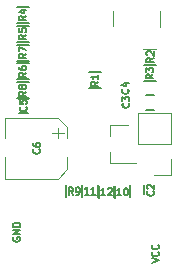
<source format=gto>
%TF.GenerationSoftware,KiCad,Pcbnew,4.0.7*%
%TF.CreationDate,2017-10-11T17:16:13+02:00*%
%TF.ProjectId,ESP12_pcb,45535031325F7063622E6B696361645F,0.1*%
%TF.FileFunction,Legend,Top*%
%FSLAX46Y46*%
G04 Gerber Fmt 4.6, Leading zero omitted, Abs format (unit mm)*
G04 Created by KiCad (PCBNEW 4.0.7) date Wednesday, 11 October 2017 'PMt' 17:16:13*
%MOMM*%
%LPD*%
G01*
G04 APERTURE LIST*
%ADD10C,0.127000*%
%ADD11C,0.150000*%
%ADD12C,0.120000*%
%ADD13C,0.100000*%
%ADD14R,1.300000X1.000000*%
%ADD15R,0.850000X1.300000*%
%ADD16R,1.300000X0.850000*%
%ADD17R,1.800000X1.800000*%
%ADD18O,1.800000X1.800000*%
%ADD19R,1.000000X0.900000*%
%ADD20R,1.000000X1.300000*%
%ADD21C,1.600000*%
%ADD22R,4.100000X1.850000*%
%ADD23R,2.500000X1.600000*%
G04 APERTURE END LIST*
D10*
X55371429Y-71600000D02*
X55085714Y-71800000D01*
X55371429Y-71942857D02*
X54771429Y-71942857D01*
X54771429Y-71714285D01*
X54800000Y-71657143D01*
X54828571Y-71628571D01*
X54885714Y-71600000D01*
X54971429Y-71600000D01*
X55028571Y-71628571D01*
X55057143Y-71657143D01*
X55085714Y-71714285D01*
X55085714Y-71942857D01*
X54828571Y-71371428D02*
X54800000Y-71342857D01*
X54771429Y-71285714D01*
X54771429Y-71142857D01*
X54800000Y-71085714D01*
X54828571Y-71057143D01*
X54885714Y-71028571D01*
X54942857Y-71028571D01*
X55028571Y-71057143D01*
X55371429Y-71400000D01*
X55371429Y-71028571D01*
X55321429Y-73000000D02*
X55035714Y-73200000D01*
X55321429Y-73342857D02*
X54721429Y-73342857D01*
X54721429Y-73114285D01*
X54750000Y-73057143D01*
X54778571Y-73028571D01*
X54835714Y-73000000D01*
X54921429Y-73000000D01*
X54978571Y-73028571D01*
X55007143Y-73057143D01*
X55035714Y-73114285D01*
X55035714Y-73342857D01*
X54721429Y-72800000D02*
X54721429Y-72428571D01*
X54950000Y-72628571D01*
X54950000Y-72542857D01*
X54978571Y-72485714D01*
X55007143Y-72457143D01*
X55064286Y-72428571D01*
X55207143Y-72428571D01*
X55264286Y-72457143D01*
X55292857Y-72485714D01*
X55321429Y-72542857D01*
X55321429Y-72714285D01*
X55292857Y-72771428D01*
X55264286Y-72800000D01*
X53214286Y-74250000D02*
X53242857Y-74278571D01*
X53271429Y-74364285D01*
X53271429Y-74421428D01*
X53242857Y-74507143D01*
X53185714Y-74564285D01*
X53128571Y-74592857D01*
X53014286Y-74621428D01*
X52928571Y-74621428D01*
X52814286Y-74592857D01*
X52757143Y-74564285D01*
X52700000Y-74507143D01*
X52671429Y-74421428D01*
X52671429Y-74364285D01*
X52700000Y-74278571D01*
X52728571Y-74250000D01*
X52871429Y-73735714D02*
X53271429Y-73735714D01*
X52642857Y-73878571D02*
X53071429Y-74021428D01*
X53071429Y-73650000D01*
X53264286Y-75450000D02*
X53292857Y-75478571D01*
X53321429Y-75564285D01*
X53321429Y-75621428D01*
X53292857Y-75707143D01*
X53235714Y-75764285D01*
X53178571Y-75792857D01*
X53064286Y-75821428D01*
X52978571Y-75821428D01*
X52864286Y-75792857D01*
X52807143Y-75764285D01*
X52750000Y-75707143D01*
X52721429Y-75621428D01*
X52721429Y-75564285D01*
X52750000Y-75478571D01*
X52778571Y-75450000D01*
X52721429Y-75250000D02*
X52721429Y-74878571D01*
X52950000Y-75078571D01*
X52950000Y-74992857D01*
X52978571Y-74935714D01*
X53007143Y-74907143D01*
X53064286Y-74878571D01*
X53207143Y-74878571D01*
X53264286Y-74907143D01*
X53292857Y-74935714D01*
X53321429Y-74992857D01*
X53321429Y-75164285D01*
X53292857Y-75221428D01*
X53264286Y-75250000D01*
X50671429Y-73600000D02*
X50385714Y-73800000D01*
X50671429Y-73942857D02*
X50071429Y-73942857D01*
X50071429Y-73714285D01*
X50100000Y-73657143D01*
X50128571Y-73628571D01*
X50185714Y-73600000D01*
X50271429Y-73600000D01*
X50328571Y-73628571D01*
X50357143Y-73657143D01*
X50385714Y-73714285D01*
X50385714Y-73942857D01*
X50671429Y-73028571D02*
X50671429Y-73371428D01*
X50671429Y-73200000D02*
X50071429Y-73200000D01*
X50157143Y-73257143D01*
X50214286Y-73314285D01*
X50242857Y-73371428D01*
X55364286Y-82900000D02*
X55392857Y-82928571D01*
X55421429Y-83014285D01*
X55421429Y-83071428D01*
X55392857Y-83157143D01*
X55335714Y-83214285D01*
X55278571Y-83242857D01*
X55164286Y-83271428D01*
X55078571Y-83271428D01*
X54964286Y-83242857D01*
X54907143Y-83214285D01*
X54850000Y-83157143D01*
X54821429Y-83071428D01*
X54821429Y-83014285D01*
X54850000Y-82928571D01*
X54878571Y-82900000D01*
X54878571Y-82671428D02*
X54850000Y-82642857D01*
X54821429Y-82585714D01*
X54821429Y-82442857D01*
X54850000Y-82385714D01*
X54878571Y-82357143D01*
X54935714Y-82328571D01*
X54992857Y-82328571D01*
X55078571Y-82357143D01*
X55421429Y-82700000D01*
X55421429Y-82328571D01*
X52635714Y-83221429D02*
X52292857Y-83221429D01*
X52464285Y-83221429D02*
X52464285Y-82621429D01*
X52407142Y-82707143D01*
X52350000Y-82764286D01*
X52292857Y-82792857D01*
X53007143Y-82621429D02*
X53064286Y-82621429D01*
X53121429Y-82650000D01*
X53150000Y-82678571D01*
X53178571Y-82735714D01*
X53207143Y-82850000D01*
X53207143Y-82992857D01*
X53178571Y-83107143D01*
X53150000Y-83164286D01*
X53121429Y-83192857D01*
X53064286Y-83221429D01*
X53007143Y-83221429D01*
X52950000Y-83192857D01*
X52921429Y-83164286D01*
X52892857Y-83107143D01*
X52864286Y-82992857D01*
X52864286Y-82850000D01*
X52892857Y-82735714D01*
X52921429Y-82678571D01*
X52950000Y-82650000D01*
X53007143Y-82621429D01*
X51285714Y-83221429D02*
X50942857Y-83221429D01*
X51114285Y-83221429D02*
X51114285Y-82621429D01*
X51057142Y-82707143D01*
X51000000Y-82764286D01*
X50942857Y-82792857D01*
X51514286Y-82678571D02*
X51542857Y-82650000D01*
X51600000Y-82621429D01*
X51742857Y-82621429D01*
X51800000Y-82650000D01*
X51828571Y-82678571D01*
X51857143Y-82735714D01*
X51857143Y-82792857D01*
X51828571Y-82878571D01*
X51485714Y-83221429D01*
X51857143Y-83221429D01*
X49885714Y-83171429D02*
X49542857Y-83171429D01*
X49714285Y-83171429D02*
X49714285Y-82571429D01*
X49657142Y-82657143D01*
X49600000Y-82714286D01*
X49542857Y-82742857D01*
X50457143Y-83171429D02*
X50114286Y-83171429D01*
X50285714Y-83171429D02*
X50285714Y-82571429D01*
X50228571Y-82657143D01*
X50171429Y-82714286D01*
X50114286Y-82742857D01*
X48550000Y-83171429D02*
X48350000Y-82885714D01*
X48207143Y-83171429D02*
X48207143Y-82571429D01*
X48435715Y-82571429D01*
X48492857Y-82600000D01*
X48521429Y-82628571D01*
X48550000Y-82685714D01*
X48550000Y-82771429D01*
X48521429Y-82828571D01*
X48492857Y-82857143D01*
X48435715Y-82885714D01*
X48207143Y-82885714D01*
X48835715Y-83171429D02*
X48950000Y-83171429D01*
X49007143Y-83142857D01*
X49035715Y-83114286D01*
X49092857Y-83028571D01*
X49121429Y-82914286D01*
X49121429Y-82685714D01*
X49092857Y-82628571D01*
X49064286Y-82600000D01*
X49007143Y-82571429D01*
X48892857Y-82571429D01*
X48835715Y-82600000D01*
X48807143Y-82628571D01*
X48778572Y-82685714D01*
X48778572Y-82828571D01*
X48807143Y-82885714D01*
X48835715Y-82914286D01*
X48892857Y-82942857D01*
X49007143Y-82942857D01*
X49064286Y-82914286D01*
X49092857Y-82885714D01*
X49121429Y-82828571D01*
X45714286Y-79350000D02*
X45742857Y-79378571D01*
X45771429Y-79464285D01*
X45771429Y-79521428D01*
X45742857Y-79607143D01*
X45685714Y-79664285D01*
X45628571Y-79692857D01*
X45514286Y-79721428D01*
X45428571Y-79721428D01*
X45314286Y-79692857D01*
X45257143Y-79664285D01*
X45200000Y-79607143D01*
X45171429Y-79521428D01*
X45171429Y-79464285D01*
X45200000Y-79378571D01*
X45228571Y-79350000D01*
X45171429Y-78835714D02*
X45171429Y-78950000D01*
X45200000Y-79007143D01*
X45228571Y-79035714D01*
X45314286Y-79092857D01*
X45428571Y-79121428D01*
X45657143Y-79121428D01*
X45714286Y-79092857D01*
X45742857Y-79064285D01*
X45771429Y-79007143D01*
X45771429Y-78892857D01*
X45742857Y-78835714D01*
X45714286Y-78807143D01*
X45657143Y-78778571D01*
X45514286Y-78778571D01*
X45457143Y-78807143D01*
X45428571Y-78835714D01*
X45400000Y-78892857D01*
X45400000Y-79007143D01*
X45428571Y-79064285D01*
X45457143Y-79092857D01*
X45514286Y-79121428D01*
X44564286Y-75750000D02*
X44592857Y-75778571D01*
X44621429Y-75864285D01*
X44621429Y-75921428D01*
X44592857Y-76007143D01*
X44535714Y-76064285D01*
X44478571Y-76092857D01*
X44364286Y-76121428D01*
X44278571Y-76121428D01*
X44164286Y-76092857D01*
X44107143Y-76064285D01*
X44050000Y-76007143D01*
X44021429Y-75921428D01*
X44021429Y-75864285D01*
X44050000Y-75778571D01*
X44078571Y-75750000D01*
X44021429Y-75207143D02*
X44021429Y-75492857D01*
X44307143Y-75521428D01*
X44278571Y-75492857D01*
X44250000Y-75435714D01*
X44250000Y-75292857D01*
X44278571Y-75235714D01*
X44307143Y-75207143D01*
X44364286Y-75178571D01*
X44507143Y-75178571D01*
X44564286Y-75207143D01*
X44592857Y-75235714D01*
X44621429Y-75292857D01*
X44621429Y-75435714D01*
X44592857Y-75492857D01*
X44564286Y-75521428D01*
X44571429Y-74450000D02*
X44285714Y-74650000D01*
X44571429Y-74792857D02*
X43971429Y-74792857D01*
X43971429Y-74564285D01*
X44000000Y-74507143D01*
X44028571Y-74478571D01*
X44085714Y-74450000D01*
X44171429Y-74450000D01*
X44228571Y-74478571D01*
X44257143Y-74507143D01*
X44285714Y-74564285D01*
X44285714Y-74792857D01*
X44228571Y-74107143D02*
X44200000Y-74164285D01*
X44171429Y-74192857D01*
X44114286Y-74221428D01*
X44085714Y-74221428D01*
X44028571Y-74192857D01*
X44000000Y-74164285D01*
X43971429Y-74107143D01*
X43971429Y-73992857D01*
X44000000Y-73935714D01*
X44028571Y-73907143D01*
X44085714Y-73878571D01*
X44114286Y-73878571D01*
X44171429Y-73907143D01*
X44200000Y-73935714D01*
X44228571Y-73992857D01*
X44228571Y-74107143D01*
X44257143Y-74164285D01*
X44285714Y-74192857D01*
X44342857Y-74221428D01*
X44457143Y-74221428D01*
X44514286Y-74192857D01*
X44542857Y-74164285D01*
X44571429Y-74107143D01*
X44571429Y-73992857D01*
X44542857Y-73935714D01*
X44514286Y-73907143D01*
X44457143Y-73878571D01*
X44342857Y-73878571D01*
X44285714Y-73907143D01*
X44257143Y-73935714D01*
X44228571Y-73992857D01*
X44571429Y-72850000D02*
X44285714Y-73050000D01*
X44571429Y-73192857D02*
X43971429Y-73192857D01*
X43971429Y-72964285D01*
X44000000Y-72907143D01*
X44028571Y-72878571D01*
X44085714Y-72850000D01*
X44171429Y-72850000D01*
X44228571Y-72878571D01*
X44257143Y-72907143D01*
X44285714Y-72964285D01*
X44285714Y-73192857D01*
X43971429Y-72335714D02*
X43971429Y-72450000D01*
X44000000Y-72507143D01*
X44028571Y-72535714D01*
X44114286Y-72592857D01*
X44228571Y-72621428D01*
X44457143Y-72621428D01*
X44514286Y-72592857D01*
X44542857Y-72564285D01*
X44571429Y-72507143D01*
X44571429Y-72392857D01*
X44542857Y-72335714D01*
X44514286Y-72307143D01*
X44457143Y-72278571D01*
X44314286Y-72278571D01*
X44257143Y-72307143D01*
X44228571Y-72335714D01*
X44200000Y-72392857D01*
X44200000Y-72507143D01*
X44228571Y-72564285D01*
X44257143Y-72592857D01*
X44314286Y-72621428D01*
X44571429Y-71250000D02*
X44285714Y-71450000D01*
X44571429Y-71592857D02*
X43971429Y-71592857D01*
X43971429Y-71364285D01*
X44000000Y-71307143D01*
X44028571Y-71278571D01*
X44085714Y-71250000D01*
X44171429Y-71250000D01*
X44228571Y-71278571D01*
X44257143Y-71307143D01*
X44285714Y-71364285D01*
X44285714Y-71592857D01*
X43971429Y-71050000D02*
X43971429Y-70650000D01*
X44571429Y-70907143D01*
X44571429Y-69650000D02*
X44285714Y-69850000D01*
X44571429Y-69992857D02*
X43971429Y-69992857D01*
X43971429Y-69764285D01*
X44000000Y-69707143D01*
X44028571Y-69678571D01*
X44085714Y-69650000D01*
X44171429Y-69650000D01*
X44228571Y-69678571D01*
X44257143Y-69707143D01*
X44285714Y-69764285D01*
X44285714Y-69992857D01*
X43971429Y-69107143D02*
X43971429Y-69392857D01*
X44257143Y-69421428D01*
X44228571Y-69392857D01*
X44200000Y-69335714D01*
X44200000Y-69192857D01*
X44228571Y-69135714D01*
X44257143Y-69107143D01*
X44314286Y-69078571D01*
X44457143Y-69078571D01*
X44514286Y-69107143D01*
X44542857Y-69135714D01*
X44571429Y-69192857D01*
X44571429Y-69335714D01*
X44542857Y-69392857D01*
X44514286Y-69421428D01*
X44571429Y-68050000D02*
X44285714Y-68250000D01*
X44571429Y-68392857D02*
X43971429Y-68392857D01*
X43971429Y-68164285D01*
X44000000Y-68107143D01*
X44028571Y-68078571D01*
X44085714Y-68050000D01*
X44171429Y-68050000D01*
X44228571Y-68078571D01*
X44257143Y-68107143D01*
X44285714Y-68164285D01*
X44285714Y-68392857D01*
X44171429Y-67535714D02*
X44571429Y-67535714D01*
X43942857Y-67678571D02*
X44371429Y-67821428D01*
X44371429Y-67450000D01*
X55221429Y-88950000D02*
X55821429Y-88750000D01*
X55221429Y-88550000D01*
X55764286Y-88007143D02*
X55792857Y-88035714D01*
X55821429Y-88121428D01*
X55821429Y-88178571D01*
X55792857Y-88264286D01*
X55735714Y-88321428D01*
X55678571Y-88350000D01*
X55564286Y-88378571D01*
X55478571Y-88378571D01*
X55364286Y-88350000D01*
X55307143Y-88321428D01*
X55250000Y-88264286D01*
X55221429Y-88178571D01*
X55221429Y-88121428D01*
X55250000Y-88035714D01*
X55278571Y-88007143D01*
X55764286Y-87407143D02*
X55792857Y-87435714D01*
X55821429Y-87521428D01*
X55821429Y-87578571D01*
X55792857Y-87664286D01*
X55735714Y-87721428D01*
X55678571Y-87750000D01*
X55564286Y-87778571D01*
X55478571Y-87778571D01*
X55364286Y-87750000D01*
X55307143Y-87721428D01*
X55250000Y-87664286D01*
X55221429Y-87578571D01*
X55221429Y-87521428D01*
X55250000Y-87435714D01*
X55278571Y-87407143D01*
X43500000Y-86807142D02*
X43471429Y-86864285D01*
X43471429Y-86949999D01*
X43500000Y-87035714D01*
X43557143Y-87092856D01*
X43614286Y-87121428D01*
X43728571Y-87149999D01*
X43814286Y-87149999D01*
X43928571Y-87121428D01*
X43985714Y-87092856D01*
X44042857Y-87035714D01*
X44071429Y-86949999D01*
X44071429Y-86892856D01*
X44042857Y-86807142D01*
X44014286Y-86778571D01*
X43814286Y-86778571D01*
X43814286Y-86892856D01*
X44071429Y-86521428D02*
X43471429Y-86521428D01*
X44071429Y-86178571D01*
X43471429Y-86178571D01*
X44071429Y-85892857D02*
X43471429Y-85892857D01*
X43471429Y-85750000D01*
X43500000Y-85664285D01*
X43557143Y-85607143D01*
X43614286Y-85578571D01*
X43728571Y-85550000D01*
X43814286Y-85550000D01*
X43928571Y-85578571D01*
X43985714Y-85607143D01*
X44042857Y-85664285D01*
X44071429Y-85750000D01*
X44071429Y-85892857D01*
D11*
X55600000Y-72200000D02*
X54600000Y-72200000D01*
X54600000Y-70850000D02*
X55600000Y-70850000D01*
X54600000Y-82400000D02*
X54600000Y-83100000D01*
X53400000Y-83100000D02*
X53400000Y-82400000D01*
X54725000Y-74775000D02*
X55425000Y-74775000D01*
X55425000Y-75975000D02*
X54725000Y-75975000D01*
X54725000Y-73550000D02*
X55425000Y-73550000D01*
X55425000Y-74750000D02*
X54725000Y-74750000D01*
X44700000Y-76250000D02*
X44000000Y-76250000D01*
X44000000Y-75050000D02*
X44700000Y-75050000D01*
D12*
X56840000Y-78895000D02*
X56840000Y-76235000D01*
X56840000Y-76235000D02*
X54060000Y-76235000D01*
X54060000Y-76235000D02*
X54060000Y-78895000D01*
X54060000Y-78895000D02*
X56840000Y-78895000D01*
X56840000Y-80165000D02*
X56840000Y-81555000D01*
X56840000Y-81555000D02*
X55450000Y-81555000D01*
X51715000Y-77320000D02*
X51715000Y-78250000D01*
X51715000Y-80480000D02*
X51715000Y-79550000D01*
X51715000Y-80480000D02*
X53875000Y-80480000D01*
X51715000Y-77320000D02*
X53175000Y-77320000D01*
D11*
X49900000Y-72825000D02*
X50900000Y-72825000D01*
X50900000Y-74175000D02*
X49900000Y-74175000D01*
X55575000Y-73550000D02*
X54575000Y-73550000D01*
X54575000Y-72200000D02*
X55575000Y-72200000D01*
X44800000Y-70225000D02*
X43800000Y-70225000D01*
X43800000Y-68875000D02*
X44800000Y-68875000D01*
X43800000Y-72075000D02*
X44800000Y-72075000D01*
X44800000Y-73425000D02*
X43800000Y-73425000D01*
X43800000Y-70475000D02*
X44800000Y-70475000D01*
X44800000Y-71825000D02*
X43800000Y-71825000D01*
X44800000Y-75025000D02*
X43800000Y-75025000D01*
X43800000Y-73675000D02*
X44800000Y-73675000D01*
X47987944Y-83386326D02*
X47987944Y-82386326D01*
X49337944Y-82386326D02*
X49337944Y-83386326D01*
X52062944Y-83411326D02*
X52062944Y-82411326D01*
X53412944Y-82411326D02*
X53412944Y-83411326D01*
X49325000Y-83375000D02*
X49325000Y-82375000D01*
X50675000Y-82375000D02*
X50675000Y-83375000D01*
X50725000Y-83450000D02*
X50725000Y-82450000D01*
X52075000Y-82450000D02*
X52075000Y-83450000D01*
X43800000Y-67275000D02*
X44800000Y-67275000D01*
X44800000Y-68625000D02*
X43800000Y-68625000D01*
D13*
X55900000Y-69000000D02*
X55900000Y-67600000D01*
X51900000Y-69000000D02*
X51900000Y-67600000D01*
X47275000Y-77550000D02*
X47275000Y-78350000D01*
X47775000Y-77950000D02*
X46775000Y-77950000D01*
X47275000Y-81850000D02*
X48075000Y-81050000D01*
X47275000Y-76650000D02*
X48075000Y-77450000D01*
X48075000Y-78850000D02*
X48075000Y-77450000D01*
X48075000Y-79650000D02*
X48075000Y-81050000D01*
X42775000Y-76650000D02*
X47275000Y-76650000D01*
X42775000Y-78850000D02*
X42775000Y-76650000D01*
X42775000Y-81850000D02*
X42775000Y-79650000D01*
X47275000Y-81850000D02*
X42775000Y-81850000D01*
%LPC*%
D14*
X54000000Y-71525000D03*
X56200000Y-71525000D03*
D15*
X54000000Y-81800000D03*
X54000000Y-83700000D03*
D16*
X54125000Y-75375000D03*
X56025000Y-75375000D03*
X54125000Y-74150000D03*
X56025000Y-74150000D03*
X45300000Y-75650000D03*
X43400000Y-75650000D03*
D17*
X55450000Y-80165000D03*
D18*
X55450000Y-77625000D03*
D19*
X53475000Y-79850000D03*
X53475000Y-77950000D03*
X51475000Y-78900000D03*
D14*
X51500000Y-73500000D03*
X49300000Y-73500000D03*
X53975000Y-72875000D03*
X56175000Y-72875000D03*
X43200000Y-69550000D03*
X45400000Y-69550000D03*
X45400000Y-72750000D03*
X43200000Y-72750000D03*
X45400000Y-71150000D03*
X43200000Y-71150000D03*
X43200000Y-74350000D03*
X45400000Y-74350000D03*
D20*
X48662944Y-81786326D03*
X48662944Y-83986326D03*
X52737944Y-81811326D03*
X52737944Y-84011326D03*
X50000000Y-81775000D03*
X50000000Y-83975000D03*
X51400000Y-81850000D03*
X51400000Y-84050000D03*
D21*
X49700000Y-78050000D03*
X43475000Y-83725000D03*
X45825000Y-83750000D03*
D17*
X45820000Y-86310000D03*
D18*
X45820000Y-88850000D03*
X48360000Y-86310000D03*
X48360000Y-88850000D03*
X50900000Y-86310000D03*
X50900000Y-88850000D03*
X53440000Y-86310000D03*
X53440000Y-88850000D03*
D14*
X45400000Y-67950000D03*
X43200000Y-67950000D03*
D22*
X53900000Y-69925000D03*
X53900000Y-66675000D03*
D23*
X47275000Y-79250000D03*
X43675000Y-79250000D03*
M02*

</source>
